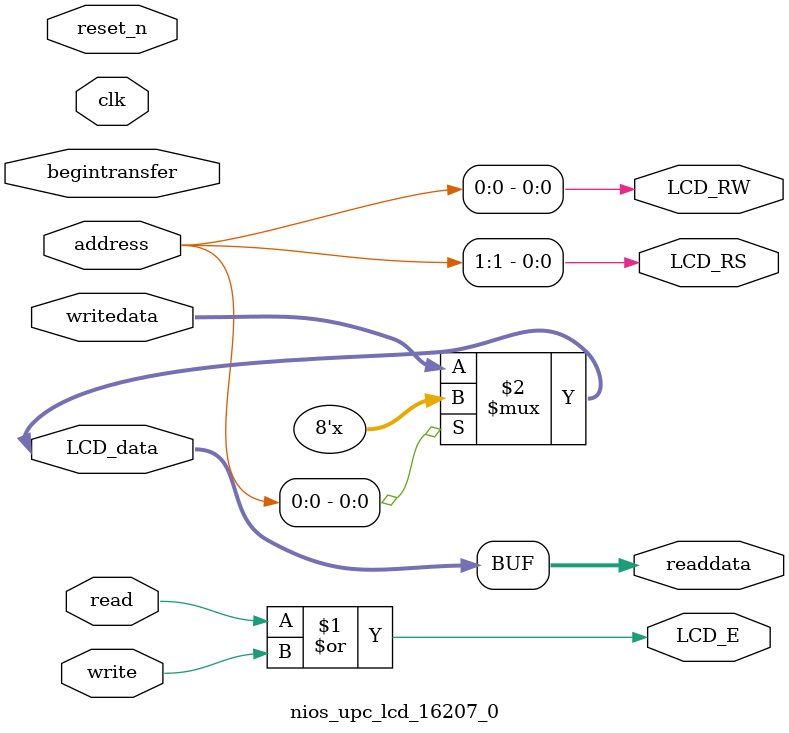
<source format=v>

`timescale 1ns / 1ps
// synthesis translate_on

// turn off superfluous verilog processor warnings 
// altera message_level Level1 
// altera message_off 10034 10035 10036 10037 10230 10240 10030 

module nios_upc_lcd_16207_0 (
                              // inputs:
                               address,
                               begintransfer,
                               clk,
                               read,
                               reset_n,
                               write,
                               writedata,

                              // outputs:
                               LCD_E,
                               LCD_RS,
                               LCD_RW,
                               LCD_data,
                               readdata
                            )
;

  output           LCD_E;
  output           LCD_RS;
  output           LCD_RW;
  inout   [  7: 0] LCD_data;
  output  [  7: 0] readdata;
  input   [  1: 0] address;
  input            begintransfer;
  input            clk;
  input            read;
  input            reset_n;
  input            write;
  input   [  7: 0] writedata;

  wire             LCD_E;
  wire             LCD_RS;
  wire             LCD_RW;
  wire    [  7: 0] LCD_data;
  wire    [  7: 0] readdata;
  assign LCD_RW = address[0];
  assign LCD_RS = address[1];
  assign LCD_E = read | write;
  assign LCD_data = (address[0]) ? {8{1'bz}} : writedata;
  assign readdata = LCD_data;
  //control_slave, which is an e_avalon_slave

endmodule


</source>
